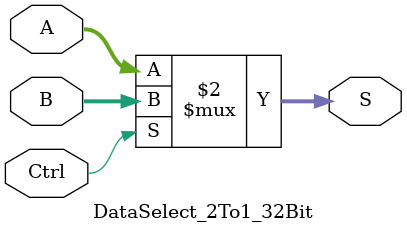
<source format=v>
`timescale 1ns / 1ps
module DataSelect_2To1_32Bit(A, B, Ctrl, S);
  input [31:0] A, B; //Á½¸öÊý¾Ý
  input Ctrl; //¿ØÖÆÐÅºÅ
  output [31:0] S;
  assign S = (Ctrl == 1'b0 ? A : B);
endmodule

</source>
